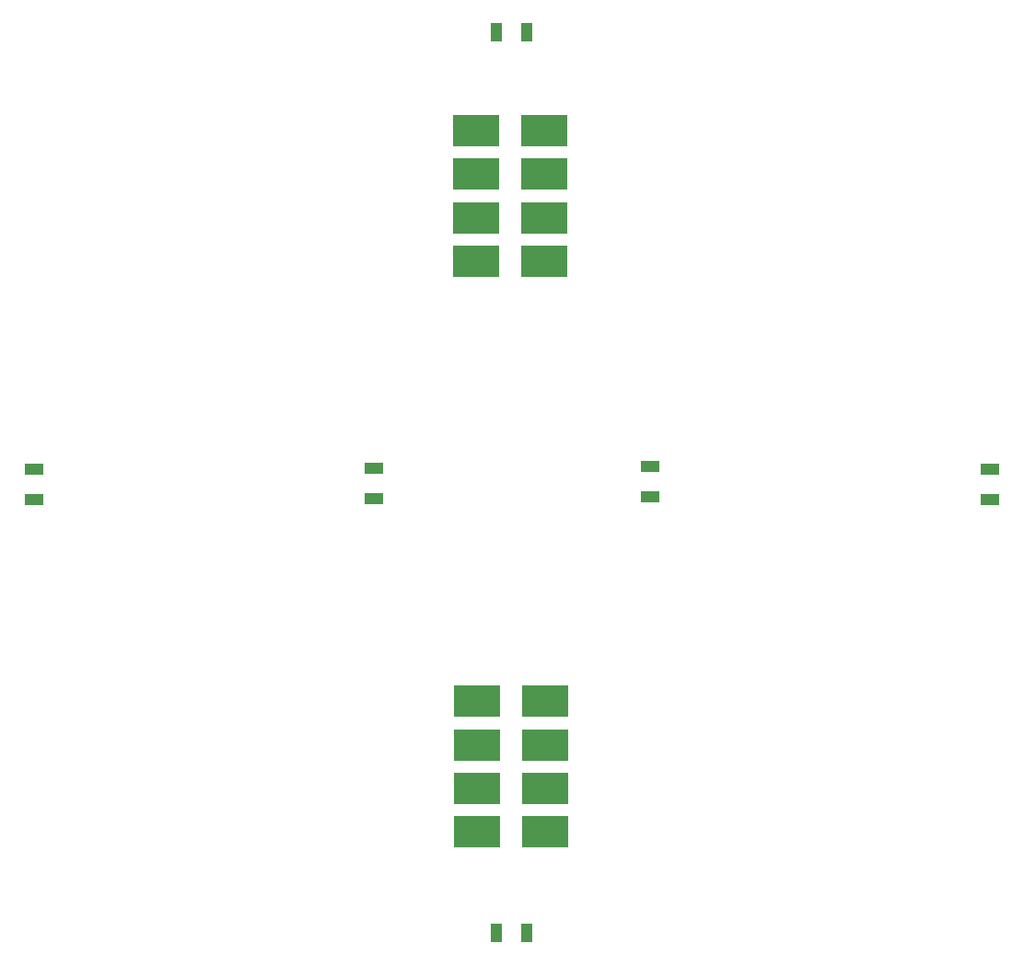
<source format=gbp>
%FSLAX25Y25*%
%MOIN*%
G70*
G01*
G75*
G04 Layer_Color=6049101*
%ADD10R,0.05906X0.05906*%
%ADD11P,0.08352X4X189.0*%
%ADD12P,0.08352X4X153.0*%
%ADD13P,0.08352X4X117.0*%
%ADD14P,0.08352X4X81.0*%
%ADD15P,0.08352X4X279.0*%
%ADD16P,0.08352X4X207.0*%
%ADD17R,0.05906X0.05906*%
%ADD18P,0.08352X4X63.0*%
%ADD19P,0.08352X4X351.0*%
%ADD20C,0.05000*%
%ADD21C,0.02500*%
%ADD22C,0.12500*%
%ADD23R,0.12500X0.12500*%
%ADD24C,0.16500*%
%ADD25C,0.04000*%
%ADD26R,0.08000X0.05000*%
%ADD27R,0.05000X0.08000*%
%ADD28R,0.17716X0.12205*%
%ADD29C,0.01000*%
%ADD30C,0.01200*%
%ADD31C,0.01500*%
%ADD32R,0.04906X0.04906*%
%ADD33P,0.06937X4X189.0*%
%ADD34P,0.06937X4X153.0*%
%ADD35P,0.06937X4X117.0*%
%ADD36P,0.06937X4X81.0*%
%ADD37P,0.06937X4X279.0*%
%ADD38P,0.06937X4X207.0*%
%ADD39R,0.04906X0.04906*%
%ADD40P,0.06937X4X63.0*%
%ADD41P,0.06937X4X351.0*%
%ADD42R,0.07000X0.04000*%
%ADD43R,0.04000X0.07000*%
%ADD44R,0.16716X0.11205*%
D42*
X573000Y543000D02*
D03*
Y554000D02*
D03*
X473000Y542500D02*
D03*
Y553500D02*
D03*
X350000Y553000D02*
D03*
Y542000D02*
D03*
X696000Y553000D02*
D03*
Y542000D02*
D03*
D43*
X528500Y711500D02*
D03*
X517500D02*
D03*
Y385000D02*
D03*
X528500D02*
D03*
D44*
X535000Y468996D02*
D03*
Y453248D02*
D03*
Y437500D02*
D03*
X510394Y468996D02*
D03*
Y453248D02*
D03*
Y437500D02*
D03*
X535000Y421752D02*
D03*
X510394D02*
D03*
X510000Y628504D02*
D03*
Y644252D02*
D03*
Y660000D02*
D03*
X534606Y628504D02*
D03*
Y644252D02*
D03*
Y660000D02*
D03*
X510000Y675748D02*
D03*
X534606D02*
D03*
M02*

</source>
